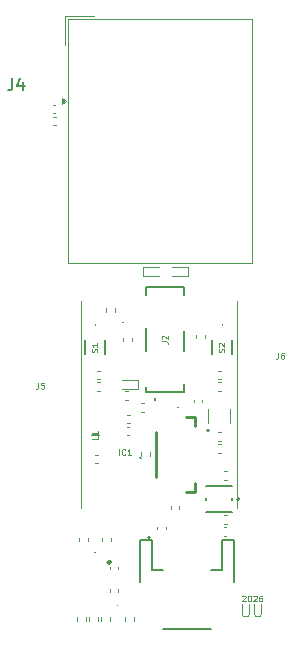
<source format=gbr>
%TF.GenerationSoftware,KiCad,Pcbnew,9.0.7-9.0.7~ubuntu22.04.1*%
%TF.CreationDate,2026-02-08T23:02:33-07:00*%
%TF.ProjectId,ESP32-S3-MINI-1_UU,45535033-322d-4533-932d-4d494e492d31,rev?*%
%TF.SameCoordinates,Original*%
%TF.FileFunction,Legend,Top*%
%TF.FilePolarity,Positive*%
%FSLAX46Y46*%
G04 Gerber Fmt 4.6, Leading zero omitted, Abs format (unit mm)*
G04 Created by KiCad (PCBNEW 9.0.7-9.0.7~ubuntu22.04.1) date 2026-02-08 23:02:33*
%MOMM*%
%LPD*%
G01*
G04 APERTURE LIST*
%ADD10C,0.050000*%
%ADD11C,0.100000*%
%ADD12C,0.150000*%
%ADD13C,0.120000*%
%ADD14C,0.200000*%
%ADD15C,0.127000*%
%ADD16C,0.250000*%
%ADD17C,0.254000*%
%ADD18C,0.203200*%
G04 APERTURE END LIST*
D10*
X206928132Y-112483828D02*
X206951941Y-112460019D01*
X206951941Y-112460019D02*
X206999560Y-112436209D01*
X206999560Y-112436209D02*
X207118608Y-112436209D01*
X207118608Y-112436209D02*
X207166227Y-112460019D01*
X207166227Y-112460019D02*
X207190036Y-112483828D01*
X207190036Y-112483828D02*
X207213846Y-112531447D01*
X207213846Y-112531447D02*
X207213846Y-112579066D01*
X207213846Y-112579066D02*
X207190036Y-112650495D01*
X207190036Y-112650495D02*
X206904322Y-112936209D01*
X206904322Y-112936209D02*
X207213846Y-112936209D01*
X207523369Y-112436209D02*
X207570988Y-112436209D01*
X207570988Y-112436209D02*
X207618607Y-112460019D01*
X207618607Y-112460019D02*
X207642417Y-112483828D01*
X207642417Y-112483828D02*
X207666226Y-112531447D01*
X207666226Y-112531447D02*
X207690036Y-112626685D01*
X207690036Y-112626685D02*
X207690036Y-112745733D01*
X207690036Y-112745733D02*
X207666226Y-112840971D01*
X207666226Y-112840971D02*
X207642417Y-112888590D01*
X207642417Y-112888590D02*
X207618607Y-112912400D01*
X207618607Y-112912400D02*
X207570988Y-112936209D01*
X207570988Y-112936209D02*
X207523369Y-112936209D01*
X207523369Y-112936209D02*
X207475750Y-112912400D01*
X207475750Y-112912400D02*
X207451941Y-112888590D01*
X207451941Y-112888590D02*
X207428131Y-112840971D01*
X207428131Y-112840971D02*
X207404322Y-112745733D01*
X207404322Y-112745733D02*
X207404322Y-112626685D01*
X207404322Y-112626685D02*
X207428131Y-112531447D01*
X207428131Y-112531447D02*
X207451941Y-112483828D01*
X207451941Y-112483828D02*
X207475750Y-112460019D01*
X207475750Y-112460019D02*
X207523369Y-112436209D01*
X207880512Y-112483828D02*
X207904321Y-112460019D01*
X207904321Y-112460019D02*
X207951940Y-112436209D01*
X207951940Y-112436209D02*
X208070988Y-112436209D01*
X208070988Y-112436209D02*
X208118607Y-112460019D01*
X208118607Y-112460019D02*
X208142416Y-112483828D01*
X208142416Y-112483828D02*
X208166226Y-112531447D01*
X208166226Y-112531447D02*
X208166226Y-112579066D01*
X208166226Y-112579066D02*
X208142416Y-112650495D01*
X208142416Y-112650495D02*
X207856702Y-112936209D01*
X207856702Y-112936209D02*
X208166226Y-112936209D01*
X208594797Y-112436209D02*
X208499559Y-112436209D01*
X208499559Y-112436209D02*
X208451940Y-112460019D01*
X208451940Y-112460019D02*
X208428130Y-112483828D01*
X208428130Y-112483828D02*
X208380511Y-112555257D01*
X208380511Y-112555257D02*
X208356702Y-112650495D01*
X208356702Y-112650495D02*
X208356702Y-112840971D01*
X208356702Y-112840971D02*
X208380511Y-112888590D01*
X208380511Y-112888590D02*
X208404321Y-112912400D01*
X208404321Y-112912400D02*
X208451940Y-112936209D01*
X208451940Y-112936209D02*
X208547178Y-112936209D01*
X208547178Y-112936209D02*
X208594797Y-112912400D01*
X208594797Y-112912400D02*
X208618606Y-112888590D01*
X208618606Y-112888590D02*
X208642416Y-112840971D01*
X208642416Y-112840971D02*
X208642416Y-112721923D01*
X208642416Y-112721923D02*
X208618606Y-112674304D01*
X208618606Y-112674304D02*
X208594797Y-112650495D01*
X208594797Y-112650495D02*
X208547178Y-112626685D01*
X208547178Y-112626685D02*
X208451940Y-112626685D01*
X208451940Y-112626685D02*
X208404321Y-112650495D01*
X208404321Y-112650495D02*
X208380511Y-112674304D01*
X208380511Y-112674304D02*
X208356702Y-112721923D01*
D11*
X206903884Y-113172419D02*
X206903884Y-113981942D01*
X206903884Y-113981942D02*
X206951503Y-114077180D01*
X206951503Y-114077180D02*
X206999122Y-114124800D01*
X206999122Y-114124800D02*
X207094360Y-114172419D01*
X207094360Y-114172419D02*
X207284836Y-114172419D01*
X207284836Y-114172419D02*
X207380074Y-114124800D01*
X207380074Y-114124800D02*
X207427693Y-114077180D01*
X207427693Y-114077180D02*
X207475312Y-113981942D01*
X207475312Y-113981942D02*
X207475312Y-113172419D01*
X207951503Y-113172419D02*
X207951503Y-113981942D01*
X207951503Y-113981942D02*
X207999122Y-114077180D01*
X207999122Y-114077180D02*
X208046741Y-114124800D01*
X208046741Y-114124800D02*
X208141979Y-114172419D01*
X208141979Y-114172419D02*
X208332455Y-114172419D01*
X208332455Y-114172419D02*
X208427693Y-114124800D01*
X208427693Y-114124800D02*
X208475312Y-114077180D01*
X208475312Y-114077180D02*
X208522931Y-113981942D01*
X208522931Y-113981942D02*
X208522931Y-113172419D01*
X206500000Y-87500000D02*
X206500000Y-105000000D01*
X193250000Y-87500000D02*
X193250000Y-105000000D01*
X194726109Y-98945833D02*
X194726109Y-99183928D01*
X194726109Y-99183928D02*
X194226109Y-99183928D01*
X194726109Y-98517261D02*
X194726109Y-98802975D01*
X194726109Y-98660118D02*
X194226109Y-98660118D01*
X194226109Y-98660118D02*
X194297538Y-98707737D01*
X194297538Y-98707737D02*
X194345157Y-98755356D01*
X194345157Y-98755356D02*
X194368966Y-98802975D01*
X189673333Y-94406109D02*
X189673333Y-94763252D01*
X189673333Y-94763252D02*
X189649524Y-94834680D01*
X189649524Y-94834680D02*
X189601905Y-94882300D01*
X189601905Y-94882300D02*
X189530476Y-94906109D01*
X189530476Y-94906109D02*
X189482857Y-94906109D01*
X190149523Y-94406109D02*
X189911428Y-94406109D01*
X189911428Y-94406109D02*
X189887619Y-94644204D01*
X189887619Y-94644204D02*
X189911428Y-94620395D01*
X189911428Y-94620395D02*
X189959047Y-94596585D01*
X189959047Y-94596585D02*
X190078095Y-94596585D01*
X190078095Y-94596585D02*
X190125714Y-94620395D01*
X190125714Y-94620395D02*
X190149523Y-94644204D01*
X190149523Y-94644204D02*
X190173333Y-94691823D01*
X190173333Y-94691823D02*
X190173333Y-94810871D01*
X190173333Y-94810871D02*
X190149523Y-94858490D01*
X190149523Y-94858490D02*
X190125714Y-94882300D01*
X190125714Y-94882300D02*
X190078095Y-94906109D01*
X190078095Y-94906109D02*
X189959047Y-94906109D01*
X189959047Y-94906109D02*
X189911428Y-94882300D01*
X189911428Y-94882300D02*
X189887619Y-94858490D01*
X209993333Y-91866109D02*
X209993333Y-92223252D01*
X209993333Y-92223252D02*
X209969524Y-92294680D01*
X209969524Y-92294680D02*
X209921905Y-92342300D01*
X209921905Y-92342300D02*
X209850476Y-92366109D01*
X209850476Y-92366109D02*
X209802857Y-92366109D01*
X210445714Y-91866109D02*
X210350476Y-91866109D01*
X210350476Y-91866109D02*
X210302857Y-91889919D01*
X210302857Y-91889919D02*
X210279047Y-91913728D01*
X210279047Y-91913728D02*
X210231428Y-91985157D01*
X210231428Y-91985157D02*
X210207619Y-92080395D01*
X210207619Y-92080395D02*
X210207619Y-92270871D01*
X210207619Y-92270871D02*
X210231428Y-92318490D01*
X210231428Y-92318490D02*
X210255238Y-92342300D01*
X210255238Y-92342300D02*
X210302857Y-92366109D01*
X210302857Y-92366109D02*
X210398095Y-92366109D01*
X210398095Y-92366109D02*
X210445714Y-92342300D01*
X210445714Y-92342300D02*
X210469523Y-92318490D01*
X210469523Y-92318490D02*
X210493333Y-92270871D01*
X210493333Y-92270871D02*
X210493333Y-92151823D01*
X210493333Y-92151823D02*
X210469523Y-92104204D01*
X210469523Y-92104204D02*
X210445714Y-92080395D01*
X210445714Y-92080395D02*
X210398095Y-92056585D01*
X210398095Y-92056585D02*
X210302857Y-92056585D01*
X210302857Y-92056585D02*
X210255238Y-92080395D01*
X210255238Y-92080395D02*
X210231428Y-92104204D01*
X210231428Y-92104204D02*
X210207619Y-92151823D01*
X194652300Y-91830951D02*
X194676109Y-91759523D01*
X194676109Y-91759523D02*
X194676109Y-91640475D01*
X194676109Y-91640475D02*
X194652300Y-91592856D01*
X194652300Y-91592856D02*
X194628490Y-91569047D01*
X194628490Y-91569047D02*
X194580871Y-91545237D01*
X194580871Y-91545237D02*
X194533252Y-91545237D01*
X194533252Y-91545237D02*
X194485633Y-91569047D01*
X194485633Y-91569047D02*
X194461823Y-91592856D01*
X194461823Y-91592856D02*
X194438014Y-91640475D01*
X194438014Y-91640475D02*
X194414204Y-91735713D01*
X194414204Y-91735713D02*
X194390395Y-91783332D01*
X194390395Y-91783332D02*
X194366585Y-91807142D01*
X194366585Y-91807142D02*
X194318966Y-91830951D01*
X194318966Y-91830951D02*
X194271347Y-91830951D01*
X194271347Y-91830951D02*
X194223728Y-91807142D01*
X194223728Y-91807142D02*
X194199919Y-91783332D01*
X194199919Y-91783332D02*
X194176109Y-91735713D01*
X194176109Y-91735713D02*
X194176109Y-91616666D01*
X194176109Y-91616666D02*
X194199919Y-91545237D01*
X194676109Y-91069047D02*
X194676109Y-91354761D01*
X194676109Y-91211904D02*
X194176109Y-91211904D01*
X194176109Y-91211904D02*
X194247538Y-91259523D01*
X194247538Y-91259523D02*
X194295157Y-91307142D01*
X194295157Y-91307142D02*
X194318966Y-91354761D01*
D12*
X187466666Y-68654819D02*
X187466666Y-69369104D01*
X187466666Y-69369104D02*
X187419047Y-69511961D01*
X187419047Y-69511961D02*
X187323809Y-69607200D01*
X187323809Y-69607200D02*
X187180952Y-69654819D01*
X187180952Y-69654819D02*
X187085714Y-69654819D01*
X188371428Y-68988152D02*
X188371428Y-69654819D01*
X188133333Y-68607200D02*
X187895238Y-69321485D01*
X187895238Y-69321485D02*
X188514285Y-69321485D01*
D11*
X200111109Y-90916666D02*
X200468252Y-90916666D01*
X200468252Y-90916666D02*
X200539680Y-90940475D01*
X200539680Y-90940475D02*
X200587300Y-90988094D01*
X200587300Y-90988094D02*
X200611109Y-91059523D01*
X200611109Y-91059523D02*
X200611109Y-91107142D01*
X200158728Y-90702380D02*
X200134919Y-90678571D01*
X200134919Y-90678571D02*
X200111109Y-90630952D01*
X200111109Y-90630952D02*
X200111109Y-90511904D01*
X200111109Y-90511904D02*
X200134919Y-90464285D01*
X200134919Y-90464285D02*
X200158728Y-90440476D01*
X200158728Y-90440476D02*
X200206347Y-90416666D01*
X200206347Y-90416666D02*
X200253966Y-90416666D01*
X200253966Y-90416666D02*
X200325395Y-90440476D01*
X200325395Y-90440476D02*
X200611109Y-90726190D01*
X200611109Y-90726190D02*
X200611109Y-90416666D01*
X205402300Y-91830951D02*
X205426109Y-91759523D01*
X205426109Y-91759523D02*
X205426109Y-91640475D01*
X205426109Y-91640475D02*
X205402300Y-91592856D01*
X205402300Y-91592856D02*
X205378490Y-91569047D01*
X205378490Y-91569047D02*
X205330871Y-91545237D01*
X205330871Y-91545237D02*
X205283252Y-91545237D01*
X205283252Y-91545237D02*
X205235633Y-91569047D01*
X205235633Y-91569047D02*
X205211823Y-91592856D01*
X205211823Y-91592856D02*
X205188014Y-91640475D01*
X205188014Y-91640475D02*
X205164204Y-91735713D01*
X205164204Y-91735713D02*
X205140395Y-91783332D01*
X205140395Y-91783332D02*
X205116585Y-91807142D01*
X205116585Y-91807142D02*
X205068966Y-91830951D01*
X205068966Y-91830951D02*
X205021347Y-91830951D01*
X205021347Y-91830951D02*
X204973728Y-91807142D01*
X204973728Y-91807142D02*
X204949919Y-91783332D01*
X204949919Y-91783332D02*
X204926109Y-91735713D01*
X204926109Y-91735713D02*
X204926109Y-91616666D01*
X204926109Y-91616666D02*
X204949919Y-91545237D01*
X204973728Y-91354761D02*
X204949919Y-91330952D01*
X204949919Y-91330952D02*
X204926109Y-91283333D01*
X204926109Y-91283333D02*
X204926109Y-91164285D01*
X204926109Y-91164285D02*
X204949919Y-91116666D01*
X204949919Y-91116666D02*
X204973728Y-91092857D01*
X204973728Y-91092857D02*
X205021347Y-91069047D01*
X205021347Y-91069047D02*
X205068966Y-91069047D01*
X205068966Y-91069047D02*
X205140395Y-91092857D01*
X205140395Y-91092857D02*
X205426109Y-91378571D01*
X205426109Y-91378571D02*
X205426109Y-91069047D01*
X196511905Y-100526109D02*
X196511905Y-100026109D01*
X197035714Y-100478490D02*
X197011905Y-100502300D01*
X197011905Y-100502300D02*
X196940476Y-100526109D01*
X196940476Y-100526109D02*
X196892857Y-100526109D01*
X196892857Y-100526109D02*
X196821429Y-100502300D01*
X196821429Y-100502300D02*
X196773810Y-100454680D01*
X196773810Y-100454680D02*
X196750000Y-100407061D01*
X196750000Y-100407061D02*
X196726191Y-100311823D01*
X196726191Y-100311823D02*
X196726191Y-100240395D01*
X196726191Y-100240395D02*
X196750000Y-100145157D01*
X196750000Y-100145157D02*
X196773810Y-100097538D01*
X196773810Y-100097538D02*
X196821429Y-100049919D01*
X196821429Y-100049919D02*
X196892857Y-100026109D01*
X196892857Y-100026109D02*
X196940476Y-100026109D01*
X196940476Y-100026109D02*
X197011905Y-100049919D01*
X197011905Y-100049919D02*
X197035714Y-100073728D01*
X197511905Y-100526109D02*
X197226191Y-100526109D01*
X197369048Y-100526109D02*
X197369048Y-100026109D01*
X197369048Y-100026109D02*
X197321429Y-100097538D01*
X197321429Y-100097538D02*
X197273810Y-100145157D01*
X197273810Y-100145157D02*
X197226191Y-100168966D01*
D13*
%TO.C,C11*%
X205392164Y-105640000D02*
X205607836Y-105640000D01*
X205392164Y-106360000D02*
X205607836Y-106360000D01*
%TO.C,R14*%
X205153641Y-98620000D02*
X204846359Y-98620000D01*
X205153641Y-99380000D02*
X204846359Y-99380000D01*
%TO.C,R9*%
X195080000Y-107853641D02*
X195080000Y-107546359D01*
X195840000Y-107853641D02*
X195840000Y-107546359D01*
%TO.C,TH1*%
X192980000Y-114246359D02*
X192980000Y-114553641D01*
X193740000Y-114246359D02*
X193740000Y-114553641D01*
%TO.C,D7*%
X201000000Y-84600000D02*
X202360000Y-84600000D01*
X201000000Y-85400000D02*
X202360000Y-85400000D01*
X202360000Y-85400000D02*
X202360000Y-84600000D01*
%TO.C,D8*%
X198540000Y-84600000D02*
X198540000Y-85400000D01*
X199900000Y-84600000D02*
X198540000Y-84600000D01*
X199900000Y-85400000D02*
X198540000Y-85400000D01*
D14*
%TO.C,L1*%
X194200000Y-98862500D02*
X194800000Y-98862500D01*
D13*
%TO.C,C8*%
X195700000Y-112107836D02*
X195700000Y-111892164D01*
X196420000Y-112107836D02*
X196420000Y-111892164D01*
%TO.C,C12*%
X205107836Y-93390000D02*
X204892164Y-93390000D01*
X205107836Y-94110000D02*
X204892164Y-94110000D01*
D15*
%TO.C,D6*%
X203900000Y-103150000D02*
X206100000Y-103150000D01*
X203900000Y-104350000D02*
X203900000Y-104150000D01*
X206100000Y-104350000D02*
X206100000Y-104150000D01*
X206100000Y-105350000D02*
X203900000Y-105350000D01*
D14*
X206700200Y-104277000D02*
G75*
G02*
X206500200Y-104277000I-100000J0D01*
G01*
X206500200Y-104277000D02*
G75*
G02*
X206700200Y-104277000I100000J0D01*
G01*
D13*
%TO.C,C5*%
X194695336Y-100502500D02*
X194479664Y-100502500D01*
X194695336Y-101222500D02*
X194479664Y-101222500D01*
D11*
%TO.C,D4*%
X201525000Y-96500000D02*
G75*
G02*
X201425000Y-96500000I-50000J0D01*
G01*
X201425000Y-96500000D02*
G75*
G02*
X201525000Y-96500000I50000J0D01*
G01*
D13*
%TO.C,R2*%
X193980000Y-114246359D02*
X193980000Y-114553641D01*
X194740000Y-114246359D02*
X194740000Y-114553641D01*
%TO.C,R4*%
X203005000Y-90346359D02*
X203005000Y-90653641D01*
X203765000Y-90346359D02*
X203765000Y-90653641D01*
D11*
%TO.C,D5*%
X196850000Y-89325000D02*
G75*
G02*
X196750000Y-89325000I-50000J0D01*
G01*
X196750000Y-89325000D02*
G75*
G02*
X196850000Y-89325000I50000J0D01*
G01*
D13*
%TO.C,R12*%
X195420000Y-88106359D02*
X195420000Y-88413641D01*
X196180000Y-88106359D02*
X196180000Y-88413641D01*
D16*
%TO.C,IC2*%
X195785000Y-109625000D02*
G75*
G02*
X195535000Y-109625000I-125000J0D01*
G01*
X195535000Y-109625000D02*
G75*
G02*
X195785000Y-109625000I125000J0D01*
G01*
D13*
%TO.C,R3*%
X194980000Y-114246359D02*
X194980000Y-114553641D01*
X195740000Y-114246359D02*
X195740000Y-114553641D01*
%TO.C,R13*%
X194596359Y-94370000D02*
X194903641Y-94370000D01*
X194596359Y-95130000D02*
X194903641Y-95130000D01*
%TO.C,C9*%
X197027164Y-95140000D02*
X197242836Y-95140000D01*
X197027164Y-95860000D02*
X197242836Y-95860000D01*
D17*
%TO.C,J3*%
X199599000Y-98595000D02*
X199599000Y-102405000D01*
X202139000Y-97325000D02*
X202901000Y-97325000D01*
X202139000Y-103675000D02*
X202901000Y-103675000D01*
X202901000Y-97325000D02*
X202901000Y-98087000D01*
X202901000Y-103675000D02*
X202901000Y-102913000D01*
D13*
%TO.C,C14*%
X202840000Y-96087836D02*
X202840000Y-95872164D01*
X203560000Y-96087836D02*
X203560000Y-95872164D01*
%TO.C,U3*%
D14*
X199137827Y-107541370D02*
G75*
G02*
X198937827Y-107541370I-100000J0D01*
G01*
X198937827Y-107541370D02*
G75*
G02*
X199137827Y-107541370I100000J0D01*
G01*
D13*
%TO.C,R16*%
X205153641Y-99620000D02*
X204846359Y-99620000D01*
X205153641Y-100380000D02*
X204846359Y-100380000D01*
%TO.C,C15*%
X199740000Y-106622164D02*
X199740000Y-106837836D01*
X200460000Y-106622164D02*
X200460000Y-106837836D01*
%TO.C,R5*%
X196870000Y-90903641D02*
X196870000Y-90596359D01*
X197630000Y-90903641D02*
X197630000Y-90596359D01*
%TO.C,D1*%
X196715000Y-94150000D02*
X198075000Y-94150000D01*
X196715000Y-94950000D02*
X198075000Y-94950000D01*
X198075000Y-94950000D02*
X198075000Y-94150000D01*
%TO.C,C7*%
X200890000Y-105107836D02*
X200890000Y-104892164D01*
X201610000Y-105107836D02*
X201610000Y-104892164D01*
D18*
%TO.C,J1*%
X198250000Y-107700000D02*
X198250000Y-111300000D01*
X199250000Y-107700000D02*
X198250000Y-107700000D01*
X199250000Y-110300000D02*
X199250000Y-107700000D01*
X200250000Y-110300000D02*
X199250000Y-110300000D01*
X200250000Y-115300000D02*
X204250000Y-115300000D01*
X205250000Y-107700000D02*
X205250000Y-110300000D01*
X205250000Y-110300000D02*
X204250000Y-110300000D01*
X206250000Y-107700000D02*
X205250000Y-107700000D01*
X206250000Y-111300000D02*
X206250000Y-107700000D01*
D13*
%TO.C,C4*%
X191127836Y-71890000D02*
X190912164Y-71890000D01*
X191127836Y-72610000D02*
X190912164Y-72610000D01*
%TO.C,R1*%
X198370000Y-100296359D02*
X198370000Y-100603641D01*
X199130000Y-100296359D02*
X199130000Y-100603641D01*
D11*
%TO.C,D3*%
X196410000Y-113310000D02*
G75*
G02*
X196310000Y-113310000I-50000J0D01*
G01*
X196310000Y-113310000D02*
G75*
G02*
X196410000Y-113310000I50000J0D01*
G01*
D13*
%TO.C,C6*%
X195700000Y-109992164D02*
X195700000Y-110207836D01*
X196420000Y-109992164D02*
X196420000Y-110207836D01*
%TO.C,C1*%
X197182164Y-97140000D02*
X197397836Y-97140000D01*
X197182164Y-97860000D02*
X197397836Y-97860000D01*
%TO.C,R10*%
X196980000Y-114553641D02*
X196980000Y-114246359D01*
X197740000Y-114553641D02*
X197740000Y-114246359D01*
%TO.C,R15*%
X205653641Y-101870000D02*
X205346359Y-101870000D01*
X205653641Y-102630000D02*
X205346359Y-102630000D01*
%TO.C,U2*%
X191925000Y-63350000D02*
X191925000Y-65800000D01*
X191925000Y-63350000D02*
X194375000Y-63350000D01*
X192200000Y-63600000D02*
X207800000Y-63600000D01*
X192200000Y-84300000D02*
X192200000Y-63600000D01*
X207800000Y-63600000D02*
X207800000Y-84300000D01*
X207800000Y-84300000D02*
X192200000Y-84300000D01*
X192025000Y-70550000D02*
X191689000Y-70790000D01*
X191689000Y-70310000D01*
X192025000Y-70550000D01*
G36*
X192025000Y-70550000D02*
G01*
X191689000Y-70790000D01*
X191689000Y-70310000D01*
X192025000Y-70550000D01*
G37*
%TO.C,C13*%
X205587836Y-106640000D02*
X205372164Y-106640000D01*
X205587836Y-107360000D02*
X205372164Y-107360000D01*
D14*
%TO.C,S1*%
X193650000Y-90800000D02*
X193650000Y-92000000D01*
D11*
X194500000Y-89450000D02*
X194500000Y-89450000D01*
X194500000Y-89550000D02*
X194500000Y-89550000D01*
D14*
X195350000Y-90800000D02*
X195350000Y-92000000D01*
D11*
X194500000Y-89450000D02*
G75*
G02*
X194500000Y-89550000I0J-50000D01*
G01*
X194500000Y-89550000D02*
G75*
G02*
X194500000Y-89450000I0J50000D01*
G01*
D13*
%TO.C,C10*%
X194642164Y-93390000D02*
X194857836Y-93390000D01*
X194642164Y-94110000D02*
X194857836Y-94110000D01*
%TO.C,R11*%
X198346359Y-96120000D02*
X198653641Y-96120000D01*
X198346359Y-96880000D02*
X198653641Y-96880000D01*
%TO.C,U4*%
X204065000Y-97200000D02*
X204065000Y-96600000D01*
X204065000Y-97200000D02*
X204065000Y-97800000D01*
X205935000Y-97200000D02*
X205935000Y-96600000D01*
X205935000Y-97200000D02*
X205935000Y-97800000D01*
D14*
X204147500Y-98470000D02*
G75*
G02*
X203947500Y-98470000I-100000J0D01*
G01*
X203947500Y-98470000D02*
G75*
G02*
X204147500Y-98470000I100000J0D01*
G01*
D13*
%TO.C,R17*%
X204846359Y-94370000D02*
X205153641Y-94370000D01*
X204846359Y-95130000D02*
X205153641Y-95130000D01*
%TO.C,C3*%
X191107836Y-70890000D02*
X190892164Y-70890000D01*
X191107836Y-71610000D02*
X190892164Y-71610000D01*
%TO.C,C2*%
X197162164Y-98140000D02*
X197377836Y-98140000D01*
X197162164Y-98860000D02*
X197377836Y-98860000D01*
D14*
%TO.C,J2*%
X198805000Y-86280000D02*
X198805000Y-86280000D01*
X198805000Y-86280000D02*
X198805000Y-86280000D01*
X198805000Y-86280000D02*
X198805000Y-87000000D01*
X198805000Y-86280000D02*
X201965000Y-86280000D01*
X198805000Y-87000000D02*
X198805000Y-86280000D01*
X198805000Y-87000000D02*
X198805000Y-87000000D01*
X198805000Y-89750000D02*
X198805000Y-89750000D01*
X198805000Y-89750000D02*
X198805000Y-91750000D01*
X198805000Y-91750000D02*
X198805000Y-89750000D01*
X198805000Y-91750000D02*
X198805000Y-91750000D01*
X198805000Y-94750000D02*
X198805000Y-94750000D01*
X198805000Y-94750000D02*
X198805000Y-95220000D01*
X198805000Y-95220000D02*
X198805000Y-94750000D01*
X198805000Y-95220000D02*
X198805000Y-95220000D01*
X198805000Y-95220000D02*
X198805000Y-95220000D01*
X198805000Y-95220000D02*
X201965000Y-95220000D01*
X199520000Y-95750000D02*
X199520000Y-95750000D01*
X199520000Y-95850000D02*
X199520000Y-95750000D01*
X199520000Y-95850000D02*
X199520000Y-95850000D01*
X201965000Y-86280000D02*
X198805000Y-86280000D01*
X201965000Y-86280000D02*
X201965000Y-86280000D01*
X201965000Y-86280000D02*
X201965000Y-86280000D01*
X201965000Y-86280000D02*
X201965000Y-87000000D01*
X201965000Y-87000000D02*
X201965000Y-86280000D01*
X201965000Y-87000000D02*
X201965000Y-87000000D01*
X201965000Y-90000000D02*
X201965000Y-90000000D01*
X201965000Y-90000000D02*
X201965000Y-91750000D01*
X201965000Y-91750000D02*
X201965000Y-90000000D01*
X201965000Y-91750000D02*
X201965000Y-91750000D01*
X201965000Y-94500000D02*
X201965000Y-94500000D01*
X201965000Y-94500000D02*
X201965000Y-95220000D01*
X201965000Y-95220000D02*
X198805000Y-95220000D01*
X201965000Y-95220000D02*
X201965000Y-94500000D01*
X201965000Y-95220000D02*
X201965000Y-95220000D01*
X201965000Y-95220000D02*
X201965000Y-95220000D01*
X199520000Y-95750000D02*
G75*
G02*
X199520000Y-95850000I0J-50000D01*
G01*
X199520000Y-95850000D02*
G75*
G02*
X199520000Y-95750000I0J50000D01*
G01*
D13*
%TO.C,R8*%
X193080000Y-107853641D02*
X193080000Y-107546359D01*
X193840000Y-107853641D02*
X193840000Y-107546359D01*
D14*
%TO.C,S2*%
X204400000Y-90800000D02*
X204400000Y-92000000D01*
D11*
X205250000Y-89450000D02*
X205250000Y-89450000D01*
X205250000Y-89550000D02*
X205250000Y-89550000D01*
D14*
X206100000Y-90800000D02*
X206100000Y-92000000D01*
D11*
X205250000Y-89450000D02*
G75*
G02*
X205250000Y-89550000I0J-50000D01*
G01*
X205250000Y-89550000D02*
G75*
G02*
X205250000Y-89450000I0J50000D01*
G01*
%TO.C,IC1*%
X198250000Y-100750000D02*
X198250000Y-100750000D01*
X198350000Y-100750000D02*
X198350000Y-100750000D01*
X198250000Y-100750000D02*
G75*
G02*
X198350000Y-100750000I50000J0D01*
G01*
X198350000Y-100750000D02*
G75*
G02*
X198250000Y-100750000I-50000J0D01*
G01*
%TO.C,D2*%
X194510000Y-108790000D02*
G75*
G02*
X194410000Y-108790000I-50000J0D01*
G01*
X194410000Y-108790000D02*
G75*
G02*
X194510000Y-108790000I50000J0D01*
G01*
%TD*%
M02*

</source>
